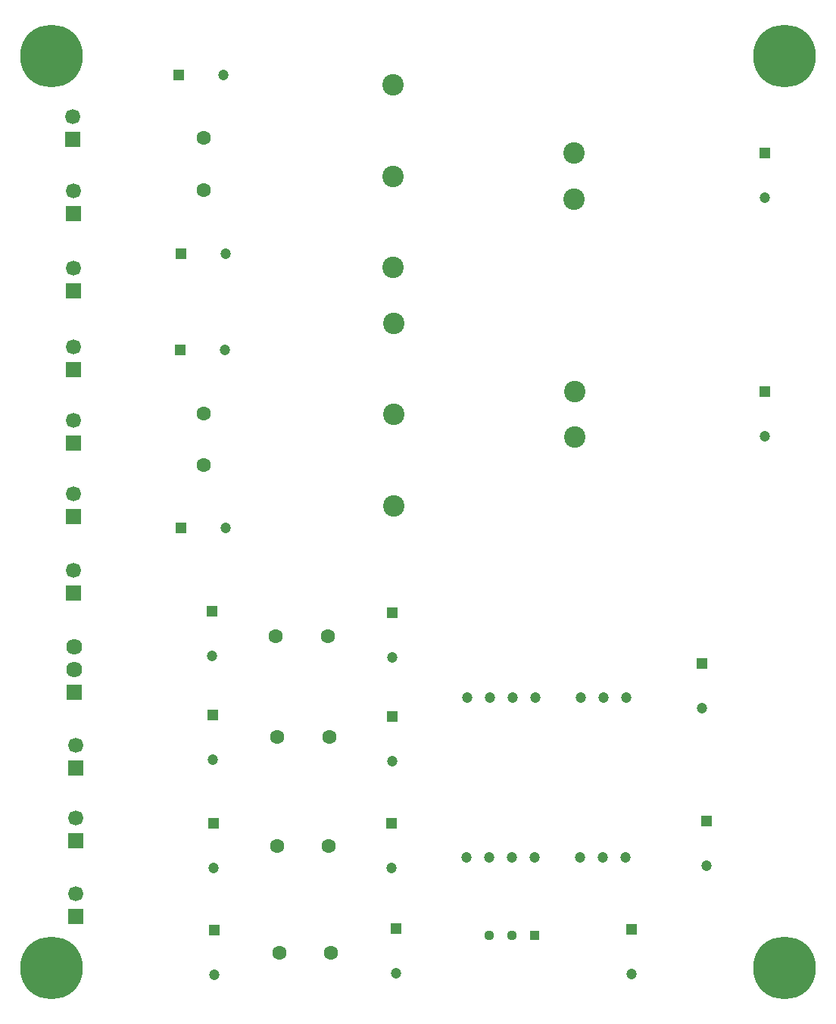
<source format=gbr>
G04 Layer_Color=255*
%FSLAX45Y45*%
%MOMM*%
%TF.FileFunction,Pads,Bot*%
%TF.Part,Single*%
G01*
G75*
%TA.AperFunction,ComponentPad*%
%ADD18C,2.40000*%
%TA.AperFunction,ViaPad*%
%ADD19C,7.00000*%
%TA.AperFunction,ComponentPad*%
%ADD20C,1.20000*%
%ADD21R,1.13000X1.13000*%
%ADD22C,1.13000*%
%ADD23R,1.20000X1.20000*%
%ADD24C,1.60000*%
%ADD25R,1.69000X1.69000*%
%ADD26C,1.69000*%
%ADD27R,1.78500X1.78500*%
%ADD28C,1.78500*%
%ADD29R,1.20000X1.20000*%
D18*
X4227500Y6590000D02*
D03*
X4227500Y5570000D02*
D03*
Y7610000D02*
D03*
X6257500Y6335000D02*
D03*
Y6844999D02*
D03*
X4217500Y9255000D02*
D03*
X4217500Y8235000D02*
D03*
Y10275000D02*
D03*
X6247500Y9000000D02*
D03*
X6247500Y9510000D02*
D03*
D19*
X8600000Y10600000D02*
D03*
Y400000D02*
D03*
X400000D02*
D03*
Y10600000D02*
D03*
D20*
X5045999Y1640000D02*
D03*
X5300000Y1640000D02*
D03*
X5554000Y1640000D02*
D03*
X5808000D02*
D03*
X6316000D02*
D03*
X6570000Y1640000D02*
D03*
X6824000Y1640000D02*
D03*
X4255000Y342500D02*
D03*
X2212500Y1525000D02*
D03*
X2207501Y2729999D02*
D03*
X8382500Y6350000D02*
D03*
X5051000Y3427500D02*
D03*
X5305000D02*
D03*
X5559000Y3427500D02*
D03*
X5813000D02*
D03*
X6321000D02*
D03*
X6575000Y3427500D02*
D03*
X6829000Y3427500D02*
D03*
X8382500Y9012500D02*
D03*
X2227500Y327500D02*
D03*
X6885000Y337500D02*
D03*
X4202500Y1520000D02*
D03*
X7730000Y1545000D02*
D03*
X2200000Y3890000D02*
D03*
X4215000Y2717500D02*
D03*
Y3877500D02*
D03*
X7680000Y3305000D02*
D03*
X2352500Y5320000D02*
D03*
X2345000Y7310000D02*
D03*
X2350000Y8390000D02*
D03*
X2322501Y10390000D02*
D03*
D21*
X5802500Y765000D02*
D03*
D22*
X5548500D02*
D03*
X5294500D02*
D03*
D23*
X4255000Y842500D02*
D03*
X2212500Y2025001D02*
D03*
X2207501Y3230000D02*
D03*
X8382500Y6850000D02*
D03*
Y9512500D02*
D03*
X2227500Y827500D02*
D03*
X6885000Y837500D02*
D03*
X4202500Y2020001D02*
D03*
X7730000Y2045000D02*
D03*
X2200000Y4390000D02*
D03*
X4215000Y3217500D02*
D03*
Y4377500D02*
D03*
X7680000Y3805000D02*
D03*
D24*
X2922500Y1770000D02*
D03*
X3502500Y1770000D02*
D03*
X2102500Y6025001D02*
D03*
Y6605000D02*
D03*
X2105000Y9102500D02*
D03*
Y9682500D02*
D03*
X3507500Y2985000D02*
D03*
X2927500D02*
D03*
X2912500Y4115000D02*
D03*
X3492500D02*
D03*
X2947500Y577500D02*
D03*
X3527500D02*
D03*
D25*
X646500Y7970001D02*
D03*
X636500Y9662500D02*
D03*
X644500Y8840500D02*
D03*
X674000Y981001D02*
D03*
X644500Y4598000D02*
D03*
X646500Y5446000D02*
D03*
X652000Y6275500D02*
D03*
X676499Y1828501D02*
D03*
X671999Y2643001D02*
D03*
X649500Y7093001D02*
D03*
D26*
X646500Y8224001D02*
D03*
X636500Y9916500D02*
D03*
X644500Y9094500D02*
D03*
X674000Y1235001D02*
D03*
X644500Y4852000D02*
D03*
X646500Y5700000D02*
D03*
X652000Y6529500D02*
D03*
X676500Y2082500D02*
D03*
X671999Y2897000D02*
D03*
X649500Y7347001D02*
D03*
D27*
X654999Y3486000D02*
D03*
D28*
Y3994000D02*
D03*
Y3740000D02*
D03*
D29*
X1852500Y5320000D02*
D03*
X1845000Y7310000D02*
D03*
X1850000Y8390000D02*
D03*
X1822500Y10390000D02*
D03*
%TF.MD5,36b305c3fe35a4facbe25e213413dbbd*%
M02*

</source>
